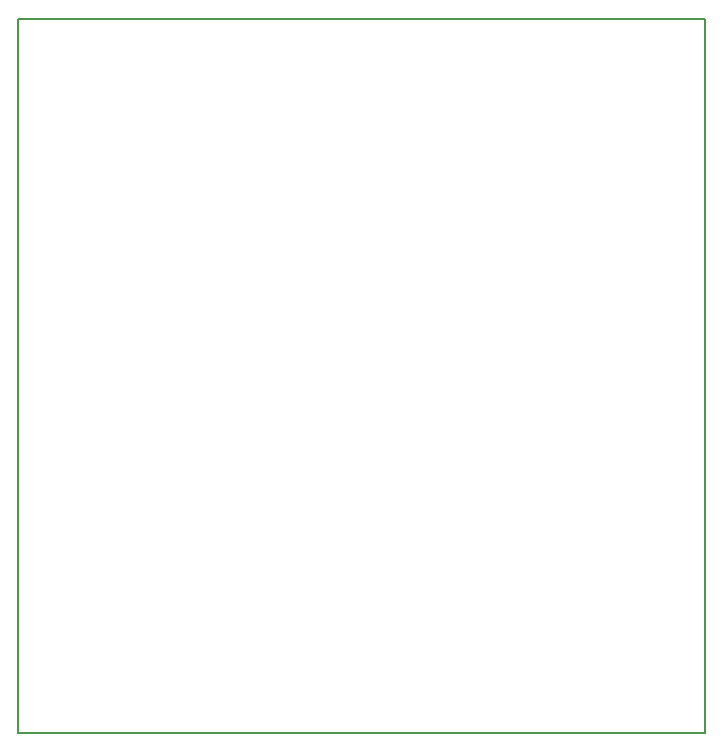
<source format=gm1>
G04 MADE WITH FRITZING*
G04 WWW.FRITZING.ORG*
G04 DOUBLE SIDED*
G04 HOLES PLATED*
G04 CONTOUR ON CENTER OF CONTOUR VECTOR*
%ASAXBY*%
%FSLAX23Y23*%
%MOIN*%
%OFA0B0*%
%SFA1.0B1.0*%
%ADD10R,2.294500X2.387560*%
%ADD11C,0.008000*%
%ADD10C,0.008*%
%LNCONTOUR*%
G90*
G70*
G54D10*
G54D11*
X8Y2380D02*
X2295Y2380D01*
X2295Y0D01*
X8Y0D01*
X8Y2380D01*
D02*
G04 End of contour*
M02*
</source>
